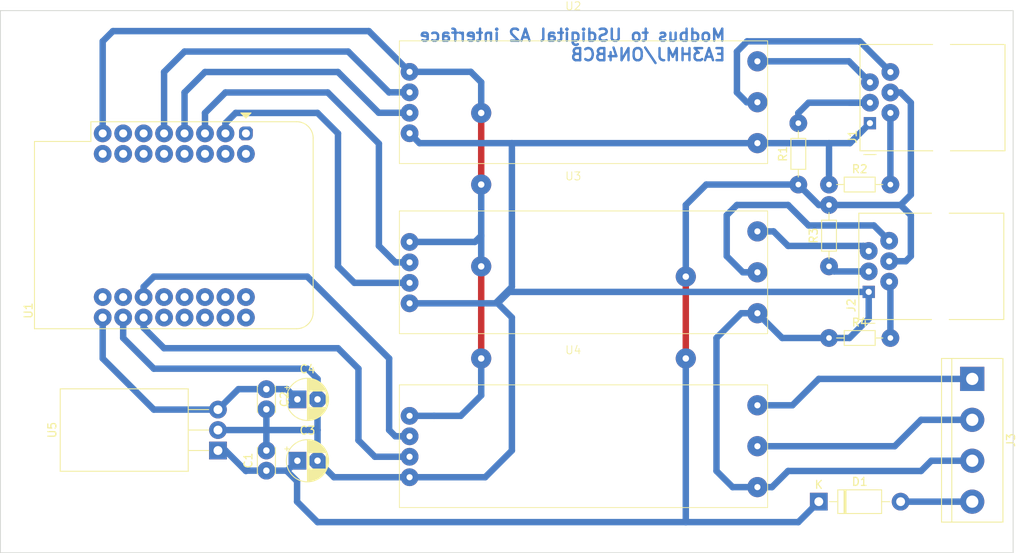
<source format=kicad_pcb>
(kicad_pcb (version 20221018) (generator pcbnew)
  (layers (0 "F.Cu" signal) (31 "B.Cu" signal) (34 "B.Paste" user) (35 "F.Paste" user) (36 "B.SilkS" user "B.Silkscreen") (37 "F.SilkS" user "F.Silkscreen") (38 "B.Mask" user) (39 "F.Mask" user) (44 "Edge.Cuts" user))
  (net 0 "")
  (net 1 "GND")
  (net 2 "TXD_EL")
  (net 3 "+3.3V")
  (net 4 "TXD_AZ")
  (net 5 "TXD_Modbus")
  (net 6 "RXD_Modbus")
  (net 7 "RXD_AZ")
  (net 8 "+12V")
  (net 9 "+5V")
  (net 10 "RXD_EL")
  (net 11 "VSS")
  (net 12 "Net-(J1-Pad2)")
  (net 13 "Net-(J1-Pad3)")
  (net 14 "Net-(U2-A+)")
  (net 16 "Net-(U2-B-)")
  (net 17 "Net-(J2-Pad2)")
  (net 18 "Net-(J2-Pad3)")
  (net 19 "Net-(U3-A+)")
  (net 22 "Net-(U3-B-)")
  (net 23 "Net-(J3-Pin_1)")
  (net 24 "Net-(J3-Pin_2)")
  (footprint "Walter:RS485 to TTL" (layer "F.Cu") (at 168.91 65.505)
    (fp_text reference "U3" (at 0 -0.5 unlocked) (layer "F.SilkS") (effects (font (thickness 0.1))))
    (fp_text value "~")
    (pad "1" thru_hole circle (at -20.32 7.66) (size 2.2 2.2) (drill 0.762) (layers "*.Cu" "*.Mask") (net 3 "+3.3V"))
    (pad "2" thru_hole circle (at -20.32 10.2) (size 2.2 2.2) (drill 0.762) (layers "*.Cu" "*.Mask") (net 2 "TXD_EL"))
    (pad "3" thru_hole circle (at -20.32 12.74) (size 2.2 2.2) (drill 0.762) (layers "*.Cu" "*.Mask") (net 10 "RXD_EL"))
    (pad "4" thru_hole circle (at -20.32 15.28) (size 2.2 2.2) (drill 0.762) (layers "*.Cu" "*.Mask") (net 1 "GND"))
    (pad "5" thru_hole circle (at 22.86 6.35) (size 2.5 2.5) (drill 0.762) (layers "*.Cu" "*.Mask") (net 19 "Net-(U3-A+)"))
    (pad "6" thru_hole circle (at 22.86 11.43) (size 2.5 2.5) (drill 0.762) (layers "*.Cu" "*.Mask") (net 22 "Net-(U3-B-)"))
    (pad "7" thru_hole circle (at 22.86 16.51) (size 2.5 2.5) (drill 0.762) (layers "*.Cu" "*.Mask") (net 1 "GND"))
  )
  (footprint "Resistor_THT:R_Axial_DIN0204_L3.6mm_D1.6mm_P7.62mm_Horizontal" (layer "F.Cu") (at 200.66 85.09)
    (fp_text reference "R4" (at 3.81 -1.92) (layer "F.SilkS"))
    (fp_text value "2K2")
    (pad "1" thru_hole circle (at 0 0) (size 2.2 2.2) (drill 0.7) (layers "*.Cu" "*.Mask") (net 1 "GND"))
    (pad "2" thru_hole oval (at 7.62 0) (size 2.2 2.2) (drill 0.7) (layers "*.Cu" "*.Mask") (net 17 "Net-(J2-Pad2)"))
  )
  (footprint "Diode_THT:D_DO-41_SOD81_P10.16mm_Horizontal" (layer "F.Cu") (at 199.39 105.41)
    (fp_text reference "D1" (at 5.08 -2.47) (layer "F.SilkS"))
    (fp_text value "1N4001")
    (fp_text user "K" (at 0 -2.1) (layer "F.SilkS"))
    (pad "1" thru_hole rect (at 0 0) (size 2.2 2.2) (drill 1.1) (layers "*.Cu" "*.Mask") (net 8 "+12V"))
    (pad "2" thru_hole oval (at 10.16 0) (size 2.2 2.2) (drill 1.1) (layers "*.Cu" "*.Mask") (net 11 "VSS"))
  )
  (footprint "Capacitor_THT:CP_Radial_D5.0mm_P2.50mm" (layer "F.Cu") (at 134.66 92.71)
    (fp_text reference "C4" (at 1.25 -3.75) (layer "F.SilkS"))
    (fp_text value "1uF")
    (pad "1" thru_hole rect (at 0 0) (size 2.2 2.2) (drill 0.8) (layers "*.Cu" "*.Mask") (net 9 "+5V"))
    (pad "2" thru_hole circle (at 2.5 0) (size 2.2 2.2) (drill 0.8) (layers "*.Cu" "*.Mask") (net 1 "GND"))
  )
  (footprint "Capacitor_THT:C_Disc_D3.0mm_W2.0mm_P2.50mm" (layer "F.Cu") (at 130.81 91.44 -90)
    (fp_text reference "C2" (at 1.25 -2.25 90) (layer "F.SilkS"))
    (fp_text value "10nF")
    (pad "1" thru_hole circle (at 0 0 270) (size 2.2 2.2) (drill 0.8) (layers "*.Cu" "*.Mask") (net 9 "+5V"))
    (pad "2" thru_hole circle (at 2.5 0 270) (size 2.2 2.2) (drill 0.8) (layers "*.Cu" "*.Mask") (net 1 "GND"))
  )
  (footprint "Resistor_THT:R_Axial_DIN0204_L3.6mm_D1.6mm_P7.62mm_Horizontal" (layer "F.Cu") (at 200.66 66.04)
    (fp_text reference "R2" (at 3.81 -1.92) (layer "F.SilkS"))
    (fp_text value "2K2")
    (pad "1" thru_hole circle (at 0 0) (size 2.2 2.2) (drill 0.7) (layers "*.Cu" "*.Mask") (net 1 "GND"))
    (pad "2" thru_hole oval (at 7.62 0) (size 2.2 2.2) (drill 0.7) (layers "*.Cu" "*.Mask") (net 12 "Net-(J1-Pad2)"))
  )
  (footprint "Walter:RS485 to TTL" (layer "F.Cu") (at 168.91 44.39)
    (fp_text reference "U2" (at 0 -0.5 unlocked) (layer "F.SilkS") (effects (font (thickness 0.1))))
    (fp_text value "~")
    (pad "1" thru_hole circle (at -20.32 7.66) (size 2.2 2.2) (drill 0.762) (layers "*.Cu" "*.Mask") (net 3 "+3.3V"))
    (pad "2" thru_hole circle (at -20.32 10.2) (size 2.2 2.2) (drill 0.762) (layers "*.Cu" "*.Mask") (net 4 "TXD_AZ"))
    (pad "3" thru_hole circle (at -20.32 12.74) (size 2.2 2.2) (drill 0.762) (layers "*.Cu" "*.Mask") (net 7 "RXD_AZ"))
    (pad "4" thru_hole circle (at -20.32 15.28) (size 2.2 2.2) (drill 0.762) (layers "*.Cu" "*.Mask") (net 1 "GND"))
    (pad "5" thru_hole circle (at 22.86 6.35) (size 2.5 2.5) (drill 0.762) (layers "*.Cu" "*.Mask") (net 14 "Net-(U2-A+)"))
    (pad "6" thru_hole circle (at 22.86 11.43) (size 2.5 2.5) (drill 0.762) (layers "*.Cu" "*.Mask") (net 16 "Net-(U2-B-)"))
    (pad "7" thru_hole circle (at 22.86 16.51) (size 2.5 2.5) (drill 0.762) (layers "*.Cu" "*.Mask") (net 1 "GND"))
  )
  (footprint "Connector_RJ:RJ12_Amphenol_54601" (layer "F.Cu") (at 205.74 58.42 90)
    (fp_text reference "J1" (at -1.67 -2.16 90) (layer "F.SilkS"))
    (fp_text value "RJ12")
    (pad "" np_thru_hole circle (at -1.91 8.89 90) (size 3.25 3.25) (drill 3.25) (layers "*.Cu" "*.Mask"))
    (pad "" np_thru_hole circle (at 8.25 8.89 90) (size 3.25 3.25) (drill 3.25) (layers "*.Cu" "*.Mask"))
    (pad "1" thru_hole rect (at 0 0 90) (size 1.52 1.52) (drill 0.76) (layers "*.Cu" "*.Mask") (net 1 "GND"))
    (pad "2" thru_hole circle (at 1.27 2.54 90) (size 2.2 2.2) (drill 0.76) (layers "*.Cu" "*.Mask") (net 12 "Net-(J1-Pad2)"))
    (pad "3" thru_hole circle (at 2.54 0 90) (size 2.2 2.2) (drill 0.76) (layers "*.Cu" "*.Mask") (net 13 "Net-(J1-Pad3)"))
    (pad "4" thru_hole circle (at 3.81 2.54 90) (size 2.2 2.2) (drill 0.76) (layers "*.Cu" "*.Mask") (net 8 "+12V"))
    (pad "5" thru_hole circle (at 5.08 0 90) (size 2.2 2.2) (drill 0.76) (layers "*.Cu" "*.Mask") (net 14 "Net-(U2-A+)"))
    (pad "6" thru_hole circle (at 6.35 2.54 90) (size 2.2 2.2) (drill 0.76) (layers "*.Cu" "*.Mask") (net 16 "Net-(U2-B-)"))
  )
  (footprint "Walter:WEMOS_S2_mini" (layer "F.Cu") (at 128.27 59.69 -90)
    (fp_text reference "U1" (at 22 27 90) (layer "F.SilkS"))
    (fp_text value "~")
    (pad "1" thru_hole roundrect (at 0 0 270) (size 1.7 1.7) (drill 1) (layers "*.Cu" "*.Mask") (roundrect_rratio 0.35) (chamfer_ratio 0.2) (chamfer top_left bottom_right))
    (pad "2" thru_hole circle (at 0 2.54 270) (size 2.2 2.2) (drill 1) (layers "*.Cu" "*.Mask") (net 10 "RXD_EL"))
    (pad "3" thru_hole circle (at 0 5.08 270) (size 2.2 2.2) (drill 1) (layers "*.Cu" "*.Mask") (net 2 "TXD_EL"))
    (pad "4" thru_hole circle (at 0 7.62 270) (size 2.2 2.2) (drill 1) (layers "*.Cu" "*.Mask") (net 7 "RXD_AZ"))
    (pad "5" thru_hole circle (at 0 10.16 270) (size 2.2 2.2) (drill 1) (layers "*.Cu" "*.Mask") (net 4 "TXD_AZ"))
    (pad "6" thru_hole circle (at 0 12.7 270) (size 2.2 2.2) (drill 1) (layers "*.Cu" "*.Mask"))
    (pad "7" thru_hole circle (at 0 15.24 270) (size 2.2 2.2) (drill 1) (layers "*.Cu" "*.Mask"))
    (pad "8" thru_hole circle (at 0 17.78 270) (size 2.2 2.2) (drill 1) (layers "*.Cu" "*.Mask") (net 3 "+3.3V"))
    (pad "9" thru_hole circle (at 22.86 17.78 270) (size 2.2 2.2) (drill 1) (layers "*.Cu" "*.Mask") (net 9 "+5V"))
    (pad "10" thru_hole circle (at 22.86 15.24 270) (size 2.2 2.2) (drill 1) (layers "*.Cu" "*.Mask") (net 1 "GND"))
    (pad "11" thru_hole circle (at 22.86 12.7 270) (size 2.2 2.2) (drill 1) (layers "*.Cu" "*.Mask") (net 6 "RXD_Modbus"))
    (pad "12" thru_hole circle (at 22.86 10.16 270) (size 2.2 2.2) (drill 1) (layers "*.Cu" "*.Mask"))
    (pad "13" thru_hole circle (at 22.86 7.62 270) (size 2.2 2.2) (drill 1) (layers "*.Cu" "*.Mask"))
    (pad "14" thru_hole circle (at 22.86 5.08 270) (size 2.2 2.2) (drill 1) (layers "*.Cu" "*.Mask"))
    (pad "15" thru_hole circle (at 22.86 2.54 270) (size 2.2 2.2) (drill 1) (layers "*.Cu" "*.Mask"))
    (pad "16" thru_hole circle (at 22.86 0 270) (size 2.2 2.2) (drill 1) (layers "*.Cu" "*.Mask"))
    (pad "17" thru_hole circle (at 2.54 0 270) (size 2.2 2.2) (drill 1) (layers "*.Cu" "*.Mask"))
    (pad "18" thru_hole circle (at 2.54 2.54 270) (size 2.2 2.2) (drill 1) (layers "*.Cu" "*.Mask"))
    (pad "19" thru_hole circle (at 2.54 5.08 270) (size 2.2 2.2) (drill 1) (layers "*.Cu" "*.Mask"))
    (pad "20" thru_hole circle (at 2.54 7.62 270) (size 2.2 2.2) (drill 1) (layers "*.Cu" "*.Mask"))
    (pad "21" thru_hole circle (at 2.54 10.16 270) (size 2.2 2.2) (drill 1) (layers "*.Cu" "*.Mask"))
    (pad "22" thru_hole circle (at 2.54 12.7 270) (size 2.2 2.2) (drill 1) (layers "*.Cu" "*.Mask"))
    (pad "23" thru_hole circle (at 2.54 15.24 270) (size 2.2 2.2) (drill 1) (layers "*.Cu" "*.Mask"))
    (pad "24" thru_hole circle (at 2.54 17.78 270) (size 2.2 2.2) (drill 1) (layers "*.Cu" "*.Mask"))
    (pad "25" thru_hole circle (at 20.32 17.78 270) (size 2.2 2.2) (drill 1) (layers "*.Cu" "*.Mask"))
    (pad "26" thru_hole circle (at 20.32 15.24 270) (size 2.2 2.2) (drill 1) (layers "*.Cu" "*.Mask"))
    (pad "27" thru_hole circle (at 20.32 12.7 270) (size 2.2 2.2) (drill 1) (layers "*.Cu" "*.Mask") (net 5 "TXD_Modbus"))
    (pad "28" thru_hole circle (at 20.32 10.16 270) (size 2.2 2.2) (drill 1) (layers "*.Cu" "*.Mask"))
    (pad "29" thru_hole circle (at 20.32 7.62 270) (size 2.2 2.2) (drill 1) (layers "*.Cu" "*.Mask"))
    (pad "30" thru_hole circle (at 20.32 5.08 270) (size 2.2 2.2) (drill 1) (layers "*.Cu" "*.Mask"))
    (pad "31" thru_hole circle (at 20.32 2.54 270) (size 2.2 2.2) (drill 1) (layers "*.Cu" "*.Mask"))
    (pad "32" thru_hole circle (at 20.32 0 270) (size 2.2 2.2) (drill 1) (layers "*.Cu" "*.Mask"))
  )
  (footprint "Resistor_THT:R_Axial_DIN0204_L3.6mm_D1.6mm_P7.62mm_Horizontal" (layer "F.Cu") (at 200.66 76.2 90)
    (fp_text reference "R3" (at 3.81 -1.92 90) (layer "F.SilkS"))
    (fp_text value "2K2")
    (pad "1" thru_hole circle (at 0 0 90) (size 2.2 2.2) (drill 0.7) (layers "*.Cu" "*.Mask") (net 18 "Net-(J2-Pad3)"))
    (pad "2" thru_hole oval (at 7.62 0 90) (size 2.2 2.2) (drill 0.7) (layers "*.Cu" "*.Mask") (net 8 "+12V"))
  )
  (footprint "TerminalBlock:TerminalBlock_bornier-4_P5.08mm" (layer "F.Cu") (at 218.44 90.17 -90)
    (fp_text reference "J3" (at 7.6 -4.8 90) (layer "F.SilkS"))
    (fp_text value "Screw_Terminal_01x04")
    (pad "1" thru_hole rect (at 0 0 270) (size 3 3) (drill 1.52) (layers "*.Cu" "*.Mask") (net 23 "Net-(J3-Pin_1)"))
    (pad "2" thru_hole circle (at 5.08 0 270) (size 3 3) (drill 1.52) (layers "*.Cu" "*.Mask") (net 24 "Net-(J3-Pin_2)"))
    (pad "3" thru_hole circle (at 10.16 0 270) (size 3 3) (drill 1.52) (layers "*.Cu" "*.Mask") (net 1 "GND"))
    (pad "4" thru_hole circle (at 15.24 0 270) (size 3 3) (drill 1.52) (layers "*.Cu" "*.Mask") (net 11 "VSS"))
  )
  (footprint "Capacitor_THT:C_Disc_D3.0mm_W2.0mm_P2.50mm" (layer "F.Cu") (at 130.81 101.56 90)
    (fp_text reference "C1" (at 1.25 -2.25 90) (layer "F.SilkS"))
    (fp_text value "10nF")
    (pad "1" thru_hole circle (at 0 0 90) (size 2.2 2.2) (drill 0.8) (layers "*.Cu" "*.Mask") (net 8 "+12V"))
    (pad "2" thru_hole circle (at 2.5 0 90) (size 2.2 2.2) (drill 0.8) (layers "*.Cu" "*.Mask") (net 1 "GND"))
  )
  (footprint "Walter:RS485 to TTL" (layer "F.Cu") (at 168.91 87.095)
    (fp_text reference "U4" (at 0 -0.5 unlocked) (layer "F.SilkS") (effects (font (thickness 0.1))))
    (fp_text value "~")
    (pad "1" thru_hole circle (at -20.32 7.66) (size 2.2 2.2) (drill 0.762) (layers "*.Cu" "*.Mask") (net 3 "+3.3V"))
    (pad "2" thru_hole circle (at -20.32 10.2) (size 2.2 2.2) (drill 0.762) (layers "*.Cu" "*.Mask") (net 5 "TXD_Modbus"))
    (pad "3" thru_hole circle (at -20.32 12.74) (size 2.2 2.2) (drill 0.762) (layers "*.Cu" "*.Mask") (net 6 "RXD_Modbus"))
    (pad "4" thru_hole circle (at -20.32 15.28) (size 2.2 2.2) (drill 0.762) (layers "*.Cu" "*.Mask") (net 1 "GND"))
    (pad "5" thru_hole circle (at 22.86 6.35) (size 2.5 2.5) (drill 0.762) (layers "*.Cu" "*.Mask") (net 23 "Net-(J3-Pin_1)"))
    (pad "6" thru_hole circle (at 22.86 11.43) (size 2.5 2.5) (drill 0.762) (layers "*.Cu" "*.Mask") (net 24 "Net-(J3-Pin_2)"))
    (pad "7" thru_hole circle (at 22.86 16.51) (size 2.5 2.5) (drill 0.762) (layers "*.Cu" "*.Mask") (net 1 "GND"))
  )
  (footprint "Resistor_THT:R_Axial_DIN0204_L3.6mm_D1.6mm_P7.62mm_Horizontal" (layer "F.Cu") (at 196.85 66.04 90)
    (fp_text reference "R1" (at 3.81 -1.92 90) (layer "F.SilkS"))
    (fp_text value "2K2")
    (pad "1" thru_hole circle (at 0 0 90) (size 2.2 2.2) (drill 0.7) (layers "*.Cu" "*.Mask") (net 8 "+12V"))
    (pad "2" thru_hole oval (at 7.62 0 90) (size 2.2 2.2) (drill 0.7) (layers "*.Cu" "*.Mask") (net 13 "Net-(J1-Pad3)"))
  )
  (footprint "Connector_RJ:RJ12_Amphenol_54601" (layer "F.Cu") (at 205.59 79.37 90)
    (fp_text reference "J2" (at -1.67 -2.16 90) (layer "F.SilkS"))
    (fp_text value "RJ12")
    (pad "" np_thru_hole circle (at -1.91 8.89 90) (size 3.25 3.25) (drill 3.25) (layers "*.Cu" "*.Mask"))
    (pad "" np_thru_hole circle (at 8.25 8.89 90) (size 3.25 3.25) (drill 3.25) (layers "*.Cu" "*.Mask"))
    (pad "1" thru_hole rect (at 0 0 90) (size 1.52 1.52) (drill 0.76) (layers "*.Cu" "*.Mask") (net 1 "GND"))
    (pad "2" thru_hole circle (at 1.27 2.54 90) (size 2.2 2.2) (drill 0.76) (layers "*.Cu" "*.Mask") (net 17 "Net-(J2-Pad2)"))
    (pad "3" thru_hole circle (at 2.54 0 90) (size 2.2 2.2) (drill 0.76) (layers "*.Cu" "*.Mask") (net 18 "Net-(J2-Pad3)"))
    (pad "4" thru_hole circle (at 3.81 2.54 90) (size 2.2 2.2) (drill 0.76) (layers "*.Cu" "*.Mask") (net 8 "+12V"))
    (pad "5" thru_hole circle (at 5.08 0 90) (size 2.2 2.2) (drill 0.76) (layers "*.Cu" "*.Mask") (net 19 "Net-(U3-A+)"))
    (pad "6" thru_hole circle (at 6.35 2.54 90) (size 2.2 2.2) (drill 0.76) (layers "*.Cu" "*.Mask") (net 22 "Net-(U3-B-)"))
  )
  (footprint "Capacitor_THT:CP_Radial_D5.0mm_P2.50mm" (layer "F.Cu") (at 134.66 100.33)
    (fp_text reference "C3" (at 1.25 -3.75) (layer "F.SilkS"))
    (fp_text value "1uF")
    (pad "1" thru_hole rect (at 0 0) (size 2.2 2.2) (drill 0.8) (layers "*.Cu" "*.Mask") (net 8 "+12V"))
    (pad "2" thru_hole circle (at 2.5 0) (size 2.2 2.2) (drill 0.8) (layers "*.Cu" "*.Mask") (net 1 "GND"))
  )
  (footprint "Package_TO_SOT_THT:TO-220-3_Horizontal_TabDown" (layer "F.Cu") (at 124.8 99.06 90)
    (fp_text reference "U5" (at 2.54 -20.58 90) (layer "F.SilkS"))
    (fp_text value "uA7805")
    (pad "" np_thru_hole oval (at 2.54 -16.66 90) (size 3.5 3.5) (drill 3.5) (layers "*.Cu" "*.Mask"))
    (pad "1" thru_hole rect (at 0 0 90) (size 2.2 2.2) (drill 1.1) (layers "*.Cu" "*.Mask") (net 8 "+12V"))
    (pad "2" thru_hole oval (at 2.54 0 90) (size 2.2 2.2) (drill 1.1) (layers "*.Cu" "*.Mask") (net 1 "GND"))
    (pad "3" thru_hole oval (at 5.08 0 90) (size 2.2 2.2) (drill 1.1) (layers "*.Cu" "*.Mask") (net 9 "+5V"))
  )
  (gr_line (start 97.79 44.45) (end 223.52 44.45) (stroke (width 0.1)) (layer "Edge.Cuts"))
  (gr_line (start 223.52 44.45) (end 223.52 111.76) (stroke (width 0.1)) (layer "Edge.Cuts"))
  (gr_line (start 223.52 111.76) (end 97.79 111.76) (stroke (width 0.1)) (layer "Edge.Cuts"))
  (gr_line (start 97.79 44.45) (end 97.79 111.76) (stroke (width 0.1)) (layer "Edge.Cuts"))
  (gr_text "Modbus to USdigital A2 interface\nEA3HMJ/ON4BCB" (at 187.96 50.8) (layer "B.Cu") (effects (font (size 1.5 1.5) (thickness 0.3) bold) (justify left bottom mirror)))
  (segment (start 148.59 102.375) (end 139.205 102.375) (width 0.8) (layer "B.Cu") (net 1))
  (segment (start 160.94 79.37) (end 159.525 80.785) (width 0.8) (layer "B.Cu") (net 1))
  (segment (start 137.16 90.17) (end 135.89 88.9) (width 0.8) (layer "B.Cu") (net 1))
  (segment (start 130.81 96.52) (end 137.16 96.52) (width 0.8) (layer "B.Cu") (net 1))
  (segment (start 137.16 96.52) (end 137.16 100.33) (width 0.8) (layer "B.Cu") (net 1))
  (segment (start 191.77 103.605) (end 188.695 103.605) (width 0.8) (layer "B.Cu") (net 1))
  (segment (start 213.36 100.33) (end 218.44 100.33) (width 0.8) (layer "B.Cu") (net 1))
  (segment (start 130.81 96.52) (end 130.81 93.94) (width 0.8) (layer "B.Cu") (net 1))
  (segment (start 188.695 103.605) (end 186.69 101.6) (width 0.8) (layer "B.Cu") (net 1))
  (segment (start 161.29 78.74) (end 161.29 60.9) (width 0.8) (layer "B.Cu") (net 1))
  (segment (start 186.69 101.6) (end 186.69 85.09) (width 0.8) (layer "B.Cu") (net 1))
  (segment (start 186.69 85.09) (end 189.765 82.015) (width 0.8) (layer "B.Cu") (net 1))
  (segment (start 203.2 85.09) (end 200.66 85.09) (width 0.8) (layer "B.Cu") (net 1))
  (segment (start 200.66 85.09) (end 194.845 85.09) (width 0.8) (layer "B.Cu") (net 1))
  (segment (start 203.26 60.9) (end 205.74 58.42) (width 0.8) (layer "B.Cu") (net 1))
  (segment (start 149.82 60.9) (end 148.59 59.67) (width 0.8) (layer "B.Cu") (net 1))
  (segment (start 130.81 99.06) (end 130.81 96.52) (width 0.8) (layer "B.Cu") (net 1))
  (segment (start 116.84 88.9) (end 113.03 85.09) (width 0.8) (layer "B.Cu") (net 1))
  (segment (start 205.59 79.37) (end 160.94 79.37) (width 0.8) (layer "B.Cu") (net 1))
  (segment (start 137.16 96.52) (end 137.16 92.71) (width 0.8) (layer "B.Cu") (net 1))
  (segment (start 212.09 101.6) (end 213.36 100.33) (width 0.8) (layer "B.Cu") (net 1))
  (segment (start 159.525 80.785) (end 159.245 80.785) (width 0.8) (layer "B.Cu") (net 1))
  (segment (start 161.29 82.55) (end 159.525 80.785) (width 0.8) (layer "B.Cu") (net 1))
  (segment (start 135.89 88.9) (end 116.84 88.9) (width 0.8) (layer "B.Cu") (net 1))
  (segment (start 137.16 92.71) (end 137.16 90.17) (width 0.8) (layer "B.Cu") (net 1))
  (segment (start 191.77 103.605) (end 193.575 103.605) (width 0.8) (layer "B.Cu") (net 1))
  (segment (start 113.03 85.09) (end 113.03 82.55) (width 0.8) (layer "B.Cu") (net 1))
  (segment (start 161.29 60.9) (end 149.82 60.9) (width 0.8) (layer "B.Cu") (net 1))
  (segment (start 157.975 102.375) (end 161.29 99.06) (width 0.8) (layer "B.Cu") (net 1))
  (segment (start 148.59 80.785) (end 159.245 80.785) (width 0.8) (layer "B.Cu") (net 1))
  (segment (start 191.77 60.9) (end 200.66 60.9) (width 0.8) (layer "B.Cu") (net 1))
  (segment (start 195.58 101.6) (end 212.09 101.6) (width 0.8) (layer "B.Cu") (net 1))
  (segment (start 124.8 96.52) (end 130.81 96.52) (width 0.8) (layer "B.Cu") (net 1))
  (segment (start 148.59 102.375) (end 157.975 102.375) (width 0.8) (layer "B.Cu") (net 1))
  (segment (start 205.59 82.7) (end 203.2 85.09) (width 0.8) (layer "B.Cu") (net 1))
  (segment (start 194.845 85.09) (end 191.77 82.015) (width 0.8) (layer "B.Cu") (net 1))
  (segment (start 200.66 66.04) (end 200.66 60.9) (width 0.8) (layer "B.Cu") (net 1))
  (segment (start 189.765 82.015) (end 191.77 82.015) (width 0.8) (layer "B.Cu") (net 1))
  (segment (start 161.29 99.06) (end 161.29 82.55) (width 0.8) (layer "B.Cu") (net 1))
  (segment (start 200.66 60.9) (end 203.26 60.9) (width 0.8) (layer "B.Cu") (net 1))
  (segment (start 193.575 103.605) (end 195.58 101.6) (width 0.8) (layer "B.Cu") (net 1))
  (segment (start 191.77 60.9) (end 161.29 60.9) (width 0.8) (layer "B.Cu") (net 1))
  (segment (start 159.245 80.785) (end 161.29 78.74) (width 0.8) (layer "B.Cu") (net 1))
  (segment (start 205.59 79.37) (end 205.59 82.7) (width 0.8) (layer "B.Cu") (net 1))
  (segment (start 139.205 102.375) (end 137.16 100.33) (width 0.8) (layer "B.Cu") (net 1))
  (segment (start 123.19 59.69) (end 123.19 57.15) (width 0.8) (layer "B.Cu") (net 2))
  (segment (start 144.78 60.96) (end 144.78 73.66) (width 0.8) (layer "B.Cu") (net 2))
  (segment (start 123.19 57.15) (end 125.73 54.61) (width 0.8) (layer "B.Cu") (net 2))
  (segment (start 146.825 75.705) (end 148.59 75.705) (width 0.8) (layer "B.Cu") (net 2))
  (segment (start 125.73 54.61) (end 138.43 54.61) (width 0.8) (layer "B.Cu") (net 2))
  (segment (start 144.78 73.66) (end 146.825 75.705) (width 0.8) (layer "B.Cu") (net 2))
  (segment (start 138.43 54.61) (end 144.78 60.96) (width 0.8) (layer "B.Cu") (net 2))
  (segment (start 157.48 76.2) (end 157.48 87.63) (width 0.8) (layer "F.Cu") (net 3))
  (segment (start 157.48 66.04) (end 157.48 57.15) (width 0.8) (layer "F.Cu") (net 3))
  (via (at 157.48 57.15) (size 2.5) (drill 0.8) (layers "F.Cu" "B.Cu") (net 3))
  (via (at 157.48 87.63) (size 2.5) (drill 0.8) (layers "F.Cu" "B.Cu") (net 3))
  (via (at 157.48 66.04) (size 2.5) (drill 0.8) (layers "F.Cu" "B.Cu") (net 3))
  (via (at 157.48 76.2) (size 2.5) (drill 0.8) (layers "F.Cu" "B.Cu") (net 3))
  (segment (start 148.59 73.165) (end 156.705 73.165) (width 0.8) (layer "B.Cu") (net 3))
  (segment (start 151.625 94.755) (end 148.59 94.755) (width 0.8) (layer "B.Cu") (net 3))
  (segment (start 111.76 46.99) (end 110.49 48.26) (width 0.8) (layer "B.Cu") (net 3))
  (segment (start 156.705 73.165) (end 157.48 72.39) (width 0.8) (layer "B.Cu") (net 3))
  (segment (start 151.625 94.755) (end 154.94 94.755) (width 0.8) (layer "B.Cu") (net 3))
  (segment (start 110.49 48.26) (end 110.49 59.69) (width 0.8) (layer "B.Cu") (net 3))
  (segment (start 148.59 52.05) (end 143.53 46.99) (width 0.8) (layer "B.Cu") (net 3))
  (segment (start 157.48 53.34) (end 156.19 52.05) (width 0.8) (layer "B.Cu") (net 3))
  (segment (start 156.19 52.05) (end 148.59 52.05) (width 0.8) (layer "B.Cu") (net 3))
  (segment (start 157.48 87.63) (end 157.48 92.215) (width 0.8) (layer "B.Cu") (net 3))
  (segment (start 143.53 46.99) (end 111.76 46.99) (width 0.8) (layer "B.Cu") (net 3))
  (segment (start 157.48 92.215) (end 154.94 94.755) (width 0.8) (layer "B.Cu") (net 3))
  (segment (start 157.48 72.39) (end 157.48 76.2) (width 0.8) (layer "B.Cu") (net 3))
  (segment (start 157.48 57.15) (end 157.48 53.34) (width 0.8) (layer "B.Cu") (net 3))
  (segment (start 157.48 66.04) (end 157.48 72.39) (width 0.8) (layer "B.Cu") (net 3))
  (segment (start 118.11 52.07) (end 120.65 49.53) (width 0.8) (layer "B.Cu") (net 4))
  (segment (start 118.11 59.69) (end 118.11 52.07) (width 0.8) (layer "B.Cu") (net 4))
  (segment (start 120.65 49.53) (end 140.97 49.53) (width 0.8) (layer "B.Cu") (net 4))
  (segment (start 140.97 49.53) (end 146.05 54.61) (width 0.8) (layer "B.Cu") (net 4))
  (segment (start 146.05 54.61) (end 146.07 54.59) (width 0.8) (layer "B.Cu") (net 4))
  (segment (start 146.07 54.59) (end 148.59 54.59) (width 0.8) (layer "B.Cu") (net 4))
  (segment (start 148.59 97.295) (end 146.825 97.295) (width 0.8) (layer "B.Cu") (net 5))
  (segment (start 116.84 77.47) (end 115.57 78.74) (width 0.8) (layer "B.Cu") (net 5))
  (segment (start 146.05 96.52) (end 146.05 87.63) (width 0.8) (layer "B.Cu") (net 5))
  (segment (start 146.05 87.63) (end 135.89 77.47) (width 0.8) (layer "B.Cu") (net 5))
  (segment (start 115.57 78.74) (end 115.57 80.01) (width 0.8) (layer "B.Cu") (net 5))
  (segment (start 146.825 97.295) (end 146.05 96.52) (width 0.8) (layer "B.Cu") (net 5))
  (segment (start 135.89 77.47) (end 116.84 77.47) (width 0.8) (layer "B.Cu") (net 5))
  (segment (start 144.285 99.835) (end 148.59 99.835) (width 0.8) (layer "B.Cu") (net 6))
  (segment (start 139.7 86.36) (end 142.24 88.9) (width 0.8) (layer "B.Cu") (net 6))
  (segment (start 115.57 83.82) (end 118.11 86.36) (width 0.8) (layer "B.Cu") (net 6))
  (segment (start 142.24 97.79) (end 144.285 99.835) (width 0.8) (layer "B.Cu") (net 6))
  (segment (start 115.57 82.55) (end 115.57 83.82) (width 0.8) (layer "B.Cu") (net 6))
  (segment (start 142.24 88.9) (end 142.24 97.79) (width 0.8) (layer "B.Cu") (net 6))
  (segment (start 118.11 86.36) (end 139.7 86.36) (width 0.8) (layer "B.Cu") (net 6))
  (segment (start 123.19 52.07) (end 139.7 52.07) (width 0.8) (layer "B.Cu") (net 7))
  (segment (start 144.76 57.13) (end 148.59 57.13) (width 0.8) (layer "B.Cu") (net 7))
  (segment (start 120.65 54.61) (end 123.19 52.07) (width 0.8) (layer "B.Cu") (net 7))
  (segment (start 139.7 52.07) (end 144.76 57.13) (width 0.8) (layer "B.Cu") (net 7))
  (segment (start 120.65 59.69) (end 120.65 54.61) (width 0.8) (layer "B.Cu") (net 7))
  (segment (start 182.88 77.47) (end 182.88 87.63) (width 0.8) (layer "F.Cu") (net 8))
  (via (at 182.88 77.47) (size 2.5) (drill 0.8) (layers "F.Cu" "B.Cu") (net 8))
  (via (at 182.88 87.63) (size 2.5) (drill 0.8) (layers "F.Cu" "B.Cu") (net 8))
  (segment (start 210.82 55.88) (end 210.82 67.31) (width 0.8) (layer "B.Cu") (net 8))
  (segment (start 199.39 68.58) (end 196.85 66.04) (width 0.8) (layer "B.Cu") (net 8))
  (segment (start 199.39 105.41) (end 196.85 107.95) (width 0.8) (layer "B.Cu") (net 8))
  (segment (start 185.42 66.04) (end 182.88 68.58) (width 0.8) (layer "B.Cu") (net 8))
  (segment (start 196.85 66.04) (end 185.42 66.04) (width 0.8) (layer "B.Cu") (net 8))
  (segment (start 128.31 101.56) (end 128.27 101.6) (width 0.8) (layer "B.Cu") (net 8))
  (segment (start 182.88 68.58) (end 182.88 77.47) (width 0.8) (layer "B.Cu") (net 8))
  (segment (start 134.62 100.33) (end 133.35 101.6) (width 0.8) (layer "B.Cu") (net 8))
  (segment (start 134.62 102.87) (end 133.35 101.6) (width 0.8) (layer "B.Cu") (net 8))
  (segment (start 210.82 74.93) (end 210.19 75.56) (width 0.8) (layer "B.Cu") (net 8))
  (segment (start 196.85 107.95) (end 182.88 107.95) (width 0.8) (layer "B.Cu") (net 8))
  (segment (start 210.82 69.85) (end 210.82 74.93) (width 0.8) (layer "B.Cu") (net 8))
  (segment (start 209.55 54.61) (end 210.82 55.88) (width 0.8) (layer "B.Cu") (net 8))
  (segment (start 133.31 101.56) (end 130.81 101.56) (width 0.8) (layer "B.Cu") (net 8))
  (segment (start 200.66 68.58) (end 199.39 68.58) (width 0.8) (layer "B.Cu") (net 8))
  (segment (start 209.55 54.61) (end 208.28 54.61) (width 0.8) (layer "B.Cu") (net 8))
  (segment (start 209.55 68.58) (end 210.82 69.85) (width 0.8) (layer "B.Cu") (net 8))
  (segment (start 200.66 68.58) (end 209.55 68.58) (width 0.8) (layer "B.Cu") (net 8))
  (segment (start 130.81 101.56) (end 128.31 101.56) (width 0.8) (layer "B.Cu") (net 8))
  (segment (start 210.19 75.56) (end 208.13 75.56) (width 0.8) (layer "B.Cu") (net 8))
  (segment (start 128.27 101.6) (end 125.73 99.06) (width 0.8) (layer "B.Cu") (net 8))
  (segment (start 182.88 107.95) (end 137.16 107.95) (width 0.8) (layer "B.Cu") (net 8))
  (segment (start 134.66 100.33) (end 134.62 100.33) (width 0.8) (layer "B.Cu") (net 8))
  (segment (start 134.62 105.41) (end 134.62 102.87) (width 0.8) (layer "B.Cu") (net 8))
  (segment (start 210.82 67.31) (end 209.55 68.58) (width 0.8) (layer "B.Cu") (net 8))
  (segment (start 125.73 99.06) (end 124.8 99.06) (width 0.8) (layer "B.Cu") (net 8))
  (segment (start 182.88 87.63) (end 182.88 107.95) (width 0.8) (layer "B.Cu") (net 8))
  (segment (start 133.35 101.6) (end 133.31 101.56) (width 0.8) (layer "B.Cu") (net 8))
  (segment (start 137.16 107.95) (end 134.62 105.41) (width 0.8) (layer "B.Cu") (net 8))
  (segment (start 127.34 91.44) (end 124.8 93.98) (width 0.8) (layer "B.Cu") (net 9))
  (segment (start 134.62 92.71) (end 133.35 91.44) (width 0.8) (layer "B.Cu") (net 9))
  (segment (start 124.8 93.98) (end 116.84 93.98) (width 0.8) (layer "B.Cu") (net 9))
  (segment (start 110.49 87.63) (end 110.49 82.55) (width 0.8) (layer "B.Cu") (net 9))
  (segment (start 133.35 91.44) (end 130.81 91.44) (width 0.8) (layer "B.Cu") (net 9))
  (segment (start 134.66 92.71) (end 134.62 92.71) (width 0.8) (layer "B.Cu") (net 9))
  (segment (start 116.84 93.98) (end 110.49 87.63) (width 0.8) (layer "B.Cu") (net 9))
  (segment (start 130.81 91.44) (end 127.34 91.44) (width 0.8) (layer "B.Cu") (net 9))
  (segment (start 137.16 57.15) (end 139.7 59.69) (width 0.8) (layer "B.Cu") (net 10))
  (segment (start 127 57.15) (end 137.16 57.15) (width 0.8) (layer "B.Cu") (net 10))
  (segment (start 125.73 58.42) (end 127 57.15) (width 0.8) (layer "B.Cu") (net 10))
  (segment (start 125.73 59.69) (end 125.73 58.42) (width 0.8) (layer "B.Cu") (net 10))
  (segment (start 141.745 78.245) (end 148.59 78.245) (width 0.8) (layer "B.Cu") (net 10))
  (segment (start 139.7 59.69) (end 139.7 76.2) (width 0.8) (layer "B.Cu") (net 10))
  (segment (start 139.7 76.2) (end 141.745 78.245) (width 0.8) (layer "B.Cu") (net 10))
  (segment (start 209.55 105.41) (end 218.44 105.41) (width 0.8) (layer "B.Cu") (net 11))
  (segment (start 208.28 66.04) (end 208.28 57.15) (width 0.8) (layer "B.Cu") (net 12))
  (segment (start 198.12 55.88) (end 205.74 55.88) (width 0.8) (layer "B.Cu") (net 13))
  (segment (start 205.74 55.88) (end 203.2 55.88) (width 0.8) (layer "B.Cu") (net 13))
  (segment (start 196.85 58.42) (end 196.85 57.15) (width 0.8) (layer "B.Cu") (net 13))
  (segment (start 196.85 57.15) (end 198.12 55.88) (width 0.8) (layer "B.Cu") (net 13))
  (segment (start 191.77 50.74) (end 203.14 50.74) (width 0.8) (layer "B.Cu") (net 14))
  (segment (start 203.14 50.74) (end 205.74 53.34) (width 0.8) (layer "B.Cu") (net 14))
  (segment (start 189.23 49.53) (end 190.5 48.26) (width 0.8) (layer "B.Cu") (net 16))
  (segment (start 191.77 55.82) (end 190.44 55.82) (width 0.8) (layer "B.Cu") (net 16))
  (segment (start 190.5 48.26) (end 204.47 48.26) (width 0.8) (layer "B.Cu") (net 16))
  (segment (start 204.47 48.26) (end 208.28 52.07) (width 0.8) (layer "B.Cu") (net 16))
  (segment (start 189.23 54.61) (end 189.23 49.53) (width 0.8) (layer "B.Cu") (net 16))
  (segment (start 190.44 55.82) (end 189.23 54.61) (width 0.8) (layer "B.Cu") (net 16))
  (segment (start 208.28 85.09) (end 208.28 78.25) (width 0.8) (layer "B.Cu") (net 17))
  (segment (start 208.28 78.25) (end 208.13 78.1) (width 0.8) (layer "B.Cu") (net 17))
  (segment (start 205.59 76.83) (end 201.29 76.83) (width 0.8) (layer "B.Cu") (net 18))
  (segment (start 201.29 76.83) (end 200.66 76.2) (width 0.8) (layer "B.Cu") (net 18))
  (segment (start 195.58 73.66) (end 193.775 71.855) (width 0.8) (layer "B.Cu") (net 19))
  (segment (start 193.775 71.855) (end 191.77 71.855) (width 0.8) (layer "B.Cu") (net 19))
  (segment (start 205.59 74.29) (end 204.96 73.66) (width 0.8) (layer "B.Cu") (net 19))
  (segment (start 204.96 73.66) (end 195.58 73.66) (width 0.8) (layer "B.Cu") (net 19))
  (segment (start 195.58 68.58) (end 198.12 71.12) (width 0.8) (layer "B.Cu") (net 22))
  (segment (start 206.23 71.12) (end 208.13 73.02) (width 0.8) (layer "B.Cu") (net 22))
  (segment (start 189.23 68.58) (end 195.58 68.58) (width 0.8) (layer "B.Cu") (net 22))
  (segment (start 191.77 76.935) (end 189.965 76.935) (width 0.8) (layer "B.Cu") (net 22))
  (segment (start 189.965 76.935) (end 187.96 74.93) (width 0.8) (layer "B.Cu") (net 22))
  (segment (start 187.96 69.85) (end 189.23 68.58) (width 0.8) (layer "B.Cu") (net 22))
  (segment (start 198.12 71.12) (end 206.23 71.12) (width 0.8) (layer "B.Cu") (net 22))
  (segment (start 187.96 74.93) (end 187.96 69.85) (width 0.8) (layer "B.Cu") (net 22))
  (segment (start 191.77 93.445) (end 196.115 93.445) (width 0.8) (layer "B.Cu") (net 23))
  (segment (start 199.39 90.17) (end 218.44 90.17) (width 0.8) (layer "B.Cu") (net 23))
  (segment (start 196.115 93.445) (end 199.39 90.17) (width 0.8) (layer "B.Cu") (net 23))
  (segment (start 208.815 98.525) (end 212.09 95.25) (width 0.8) (layer "B.Cu") (net 24))
  (segment (start 191.77 98.525) (end 208.815 98.525) (width 0.8) (layer "B.Cu") (net 24))
  (segment (start 212.09 95.25) (end 218.44 95.25) (width 0.8) (layer "B.Cu") (net 24))
)
</source>
